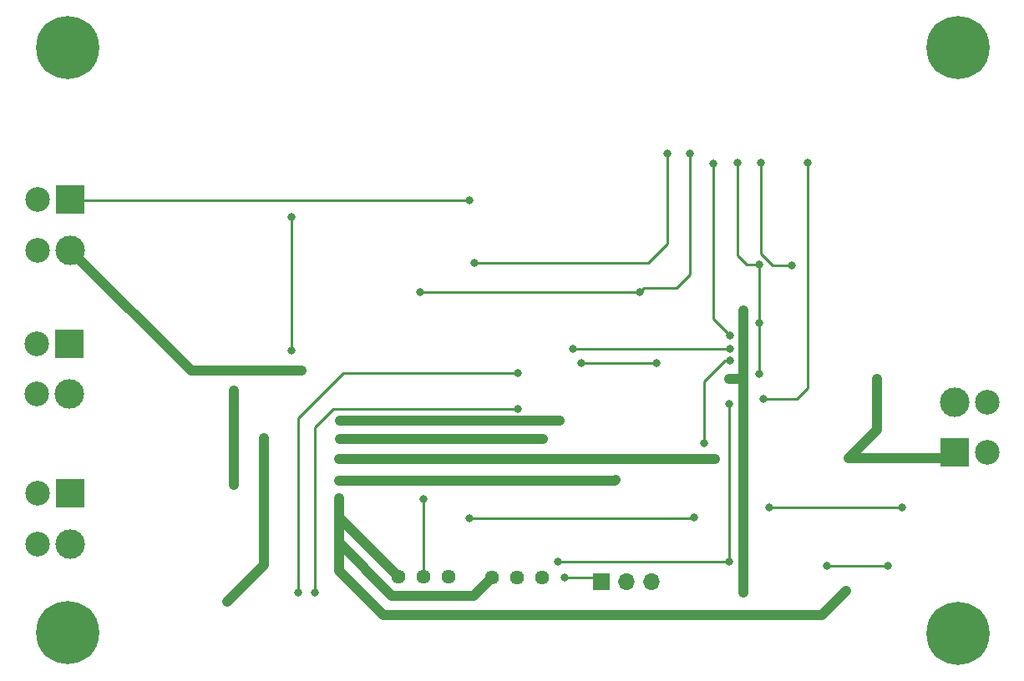
<source format=gbr>
G04 #@! TF.GenerationSoftware,KiCad,Pcbnew,(5.1.5)-3*
G04 #@! TF.CreationDate,2020-09-18T03:15:39-03:00*
G04 #@! TF.ProjectId,BSPD,42535044-2e6b-4696-9361-645f70636258,rev?*
G04 #@! TF.SameCoordinates,Original*
G04 #@! TF.FileFunction,Copper,L2,Bot*
G04 #@! TF.FilePolarity,Positive*
%FSLAX46Y46*%
G04 Gerber Fmt 4.6, Leading zero omitted, Abs format (unit mm)*
G04 Created by KiCad (PCBNEW (5.1.5)-3) date 2020-09-18 03:15:39*
%MOMM*%
%LPD*%
G04 APERTURE LIST*
%ADD10C,0.800000*%
%ADD11C,6.400000*%
%ADD12C,1.440000*%
%ADD13R,1.700000X1.700000*%
%ADD14O,1.700000X1.700000*%
%ADD15R,3.000000X3.000000*%
%ADD16C,3.000000*%
%ADD17C,2.500000*%
%ADD18C,0.250000*%
%ADD19C,1.000000*%
G04 APERTURE END LIST*
D10*
X191790656Y-75925344D03*
X190093600Y-75222400D03*
X188396544Y-75925344D03*
X187693600Y-77622400D03*
X188396544Y-79319456D03*
X190093600Y-80022400D03*
X191790656Y-79319456D03*
X192493600Y-77622400D03*
D11*
X190093600Y-77622400D03*
X99822000Y-77571600D03*
D10*
X102222000Y-77571600D03*
X101519056Y-79268656D03*
X99822000Y-79971600D03*
X98124944Y-79268656D03*
X97422000Y-77571600D03*
X98124944Y-75874544D03*
X99822000Y-75171600D03*
X101519056Y-75874544D03*
X191790656Y-135310544D03*
X190093600Y-134607600D03*
X188396544Y-135310544D03*
X187693600Y-137007600D03*
X188396544Y-138704656D03*
X190093600Y-139407600D03*
X191790656Y-138704656D03*
X192493600Y-137007600D03*
D11*
X190093600Y-137007600D03*
X99872800Y-136956800D03*
D10*
X102272800Y-136956800D03*
X101569856Y-138653856D03*
X99872800Y-139356800D03*
X98175744Y-138653856D03*
X97472800Y-136956800D03*
X98175744Y-135259744D03*
X99872800Y-134556800D03*
X101569856Y-135259744D03*
D12*
X147904200Y-131348480D03*
X145364200Y-131348480D03*
X142824200Y-131348480D03*
X133375400Y-131297680D03*
X135915400Y-131297680D03*
X138455400Y-131297680D03*
D13*
X153913840Y-131759960D03*
D14*
X156453840Y-131759960D03*
X158993840Y-131759960D03*
D15*
X100139500Y-93027500D03*
D16*
X100139500Y-98154500D03*
D17*
X96837500Y-93027500D03*
X96837500Y-98158300D03*
D15*
X100012500Y-107632500D03*
D16*
X100012500Y-112759500D03*
D17*
X96710500Y-107632500D03*
X96710500Y-112763300D03*
X96774000Y-127939800D03*
X96774000Y-122809000D03*
D16*
X100076000Y-127936000D03*
D15*
X100076000Y-122809000D03*
X189801500Y-118681500D03*
D16*
X189801500Y-113554500D03*
D17*
X193103500Y-118681500D03*
X193103500Y-113550700D03*
D10*
X167005000Y-106807000D03*
X165303200Y-89357200D03*
X178752500Y-132715000D03*
X127345440Y-123317000D03*
X127381000Y-121539000D03*
X127381002Y-119316500D03*
X155384500Y-121475499D03*
X127444500Y-117284500D03*
X148018496Y-117284500D03*
X127444500Y-115443000D03*
X149733000Y-115443000D03*
X123571000Y-110363000D03*
X179006500Y-119253000D03*
X181864000Y-111188500D03*
X165481000Y-119316500D03*
X119761000Y-117221000D03*
X116027200Y-133807200D03*
X140589000Y-125349000D03*
X163322000Y-125285500D03*
X167005000Y-109347000D03*
X164338000Y-117729000D03*
X184467500Y-124206000D03*
X170942000Y-124206000D03*
X168338500Y-132905500D03*
X166878000Y-111188500D03*
X116713000Y-112395000D03*
X116713000Y-121920000D03*
X168351200Y-104267006D03*
X170332400Y-113233200D03*
X174853600Y-89255600D03*
X173228000Y-99669600D03*
X170129200Y-89306404D03*
X124917200Y-132842000D03*
X145440400Y-114249200D03*
X150241000Y-131381500D03*
X169926000Y-105537000D03*
X169989497Y-110680497D03*
X169926000Y-99566500D03*
X167741602Y-89306400D03*
X149542498Y-129730500D03*
X166878000Y-113728500D03*
X166878004Y-129730500D03*
X183007000Y-130175000D03*
X176847500Y-130175000D03*
X140589000Y-93091000D03*
X123190000Y-132892800D03*
X145440400Y-110591600D03*
X167005000Y-108140500D03*
X151066500Y-108140488D03*
X135890000Y-123380500D03*
X159575500Y-109601000D03*
X151892000Y-109601000D03*
X141071600Y-99415600D03*
X160629600Y-88341200D03*
X122555000Y-94805500D03*
X122555000Y-108331000D03*
X162915600Y-88341200D03*
X157835600Y-102362000D03*
X135534400Y-102362000D03*
D18*
X167005000Y-106807000D02*
X165303200Y-105105200D01*
X165303200Y-105105200D02*
X165303200Y-89357200D01*
D19*
X127345440Y-125267720D02*
X133375400Y-131297680D01*
X140964920Y-133207760D02*
X142824200Y-131348480D01*
X132715000Y-133207760D02*
X140964920Y-133207760D01*
X127345440Y-125267720D02*
X127345440Y-127838200D01*
X127345440Y-127838200D02*
X132715000Y-133207760D01*
X131826000Y-135191500D02*
X176276000Y-135191500D01*
X127345440Y-130710940D02*
X131826000Y-135191500D01*
X176276000Y-135191500D02*
X178752500Y-132715000D01*
X127345440Y-127838200D02*
X127345440Y-130710940D01*
X127345440Y-125267720D02*
X127345440Y-123317000D01*
X155320999Y-121539000D02*
X155384500Y-121475499D01*
X127381000Y-121539000D02*
X155320999Y-121539000D01*
X127444500Y-117284500D02*
X148018496Y-117284500D01*
X149733000Y-115443000D02*
X127444500Y-115443000D01*
X181864000Y-116395500D02*
X179006500Y-119253000D01*
X181864000Y-111188500D02*
X181864000Y-116395500D01*
X112348000Y-110363000D02*
X100139500Y-98154500D01*
X123571000Y-110363000D02*
X112348000Y-110363000D01*
X189230000Y-119253000D02*
X189801500Y-118681500D01*
X179006500Y-119253000D02*
X189230000Y-119253000D01*
X127381002Y-119316500D02*
X165481000Y-119316500D01*
X119761000Y-130073400D02*
X116427199Y-133407201D01*
X119761000Y-117221000D02*
X119761000Y-130073400D01*
X116427199Y-133407201D02*
X116027200Y-133807200D01*
D18*
X140589000Y-125349000D02*
X163258500Y-125349000D01*
X163258500Y-125349000D02*
X163322000Y-125285500D01*
X166439315Y-109347000D02*
X164338000Y-111448315D01*
X167005000Y-109347000D02*
X166439315Y-109347000D01*
X164338000Y-111448315D02*
X164338000Y-117729000D01*
X184467500Y-124206000D02*
X170942000Y-124206000D01*
D19*
X166878000Y-111188500D02*
X168148000Y-111188500D01*
X168148000Y-111188500D02*
X168338500Y-111379000D01*
X168338500Y-132905500D02*
X168338500Y-111379000D01*
X116713000Y-112395000D02*
X116713000Y-121920000D01*
X168351200Y-111366300D02*
X168351200Y-104832691D01*
X168338500Y-111379000D02*
X168351200Y-111366300D01*
X168351200Y-104832691D02*
X168351200Y-104267006D01*
D18*
X173786800Y-113233200D02*
X170332400Y-113233200D01*
X174853600Y-89255600D02*
X174853600Y-112166400D01*
X174853600Y-112166400D02*
X173786800Y-113233200D01*
X173228000Y-99669600D02*
X171297600Y-99669600D01*
X170129200Y-98501200D02*
X170129200Y-89306404D01*
X171297600Y-99669600D02*
X170129200Y-98501200D01*
X126746000Y-114249200D02*
X145440400Y-114249200D01*
X124917200Y-132842000D02*
X124917200Y-116078000D01*
X124917200Y-116078000D02*
X126746000Y-114249200D01*
X153535380Y-131381500D02*
X153913840Y-131759960D01*
X150241000Y-131381500D02*
X153535380Y-131381500D01*
X169926000Y-105537000D02*
X169926000Y-110617000D01*
X169926000Y-110617000D02*
X169989497Y-110680497D01*
X169926000Y-104971315D02*
X169926000Y-99566500D01*
X169926000Y-105537000D02*
X169926000Y-104971315D01*
X167741602Y-98653602D02*
X167741602Y-89872085D01*
X169926000Y-99566500D02*
X168654500Y-99566500D01*
X167741602Y-89872085D02*
X167741602Y-89306400D01*
X168654500Y-99566500D02*
X167741602Y-98653602D01*
X149542498Y-129730500D02*
X166878000Y-129730500D01*
X166878000Y-129730500D02*
X166878004Y-129730500D01*
X166878000Y-113728500D02*
X166878000Y-129730500D01*
X183007000Y-130175000D02*
X176847500Y-130175000D01*
X100203000Y-93091000D02*
X100139500Y-93027500D01*
X140589000Y-93091000D02*
X100203000Y-93091000D01*
X123190000Y-115163600D02*
X127762000Y-110591600D01*
X144874715Y-110591600D02*
X145440400Y-110591600D01*
X123190000Y-132892800D02*
X123190000Y-115163600D01*
X127762000Y-110591600D02*
X144874715Y-110591600D01*
X167005000Y-108140500D02*
X151066512Y-108140500D01*
X151066512Y-108140500D02*
X151066500Y-108140488D01*
X135890000Y-131272280D02*
X135915400Y-131297680D01*
X135890000Y-123380500D02*
X135890000Y-131272280D01*
X159575500Y-109601000D02*
X151892000Y-109601000D01*
X141071600Y-99415600D02*
X158699200Y-99415600D01*
X158699200Y-99415600D02*
X160629600Y-97485200D01*
X160629600Y-97485200D02*
X160629600Y-88341200D01*
X122555000Y-94805500D02*
X122555000Y-108331000D01*
X157835600Y-102362000D02*
X135534400Y-102362000D01*
X158235599Y-101962001D02*
X157835600Y-102362000D01*
X161537599Y-101962001D02*
X158235599Y-101962001D01*
X162915600Y-88341200D02*
X162915600Y-100584000D01*
X162915600Y-100584000D02*
X161537599Y-101962001D01*
M02*

</source>
